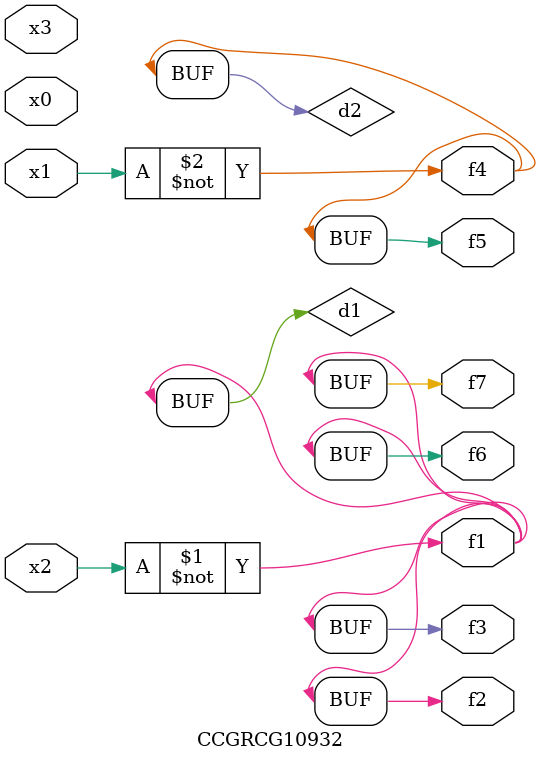
<source format=v>
module CCGRCG10932(
	input x0, x1, x2, x3,
	output f1, f2, f3, f4, f5, f6, f7
);

	wire d1, d2;

	xnor (d1, x2);
	not (d2, x1);
	assign f1 = d1;
	assign f2 = d1;
	assign f3 = d1;
	assign f4 = d2;
	assign f5 = d2;
	assign f6 = d1;
	assign f7 = d1;
endmodule

</source>
